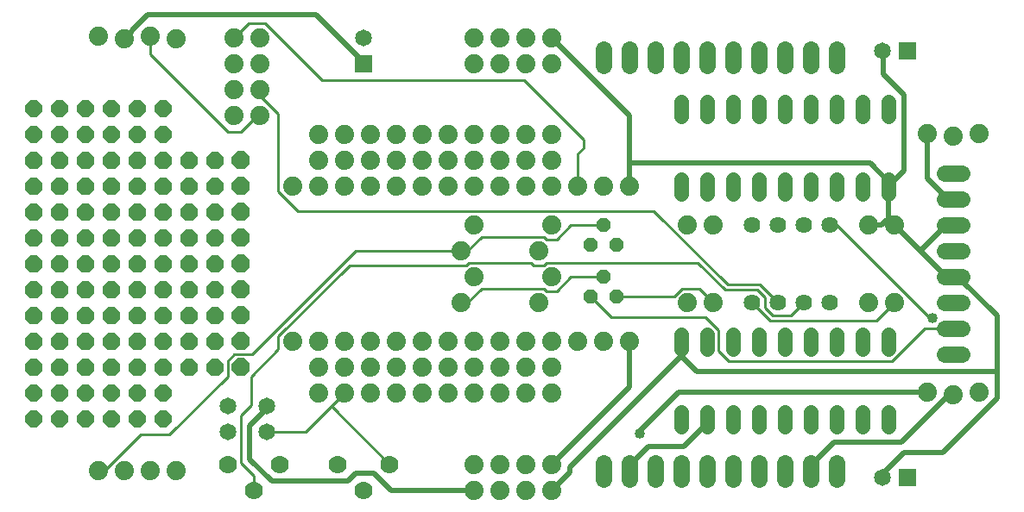
<source format=gbl>
G75*
%MOIN*%
%OFA0B0*%
%FSLAX25Y25*%
%IPPOS*%
%LPD*%
%AMOC8*
5,1,8,0,0,1.08239X$1,22.5*
%
%ADD10C,0.07400*%
%ADD11C,0.06400*%
%ADD12C,0.05600*%
%ADD13C,0.06500*%
%ADD14R,0.06500X0.06500*%
%ADD15C,0.06400*%
%ADD16OC8,0.06600*%
%ADD17C,0.07000*%
%ADD18OC8,0.06400*%
%ADD19OC8,0.07000*%
%ADD20OC8,0.05600*%
%ADD21C,0.02000*%
%ADD22C,0.04000*%
%ADD23C,0.01000*%
D10*
X0036000Y0021000D03*
X0046000Y0021000D03*
X0056000Y0021000D03*
X0066000Y0021000D03*
X0121000Y0051000D03*
X0131000Y0051000D03*
X0141000Y0051000D03*
X0151000Y0051000D03*
X0161000Y0051000D03*
X0171000Y0051000D03*
X0181000Y0051000D03*
X0191000Y0051000D03*
X0201000Y0051000D03*
X0211000Y0051000D03*
X0211000Y0061000D03*
X0201000Y0061000D03*
X0191000Y0061000D03*
X0181000Y0061000D03*
X0171000Y0061000D03*
X0161000Y0061000D03*
X0151000Y0061000D03*
X0141000Y0061000D03*
X0131000Y0061000D03*
X0121000Y0061000D03*
X0121000Y0071000D03*
X0131000Y0071000D03*
X0141000Y0071000D03*
X0151000Y0071000D03*
X0161000Y0071000D03*
X0171000Y0071000D03*
X0181000Y0071000D03*
X0191000Y0071000D03*
X0201000Y0071000D03*
X0211000Y0071000D03*
X0221000Y0071000D03*
X0231000Y0071000D03*
X0241000Y0071000D03*
X0263500Y0086000D03*
X0273500Y0086000D03*
X0273500Y0116000D03*
X0263500Y0116000D03*
X0241000Y0131000D03*
X0231000Y0131000D03*
X0221000Y0131000D03*
X0211000Y0131000D03*
X0201000Y0131000D03*
X0191000Y0131000D03*
X0181000Y0131000D03*
X0171000Y0131000D03*
X0161000Y0131000D03*
X0151000Y0131000D03*
X0141000Y0131000D03*
X0131000Y0131000D03*
X0121000Y0131000D03*
X0111000Y0131000D03*
X0121000Y0141000D03*
X0131000Y0141000D03*
X0141000Y0141000D03*
X0151000Y0141000D03*
X0161000Y0141000D03*
X0171000Y0141000D03*
X0181000Y0141000D03*
X0191000Y0141000D03*
X0201000Y0141000D03*
X0211000Y0141000D03*
X0211000Y0151000D03*
X0201000Y0151000D03*
X0191000Y0151000D03*
X0181000Y0151000D03*
X0171000Y0151000D03*
X0161000Y0151000D03*
X0151000Y0151000D03*
X0141000Y0151000D03*
X0131000Y0151000D03*
X0121000Y0151000D03*
X0098500Y0158500D03*
X0088500Y0158500D03*
X0088500Y0168500D03*
X0098500Y0168500D03*
X0098500Y0178500D03*
X0088500Y0178500D03*
X0088500Y0188500D03*
X0098500Y0188500D03*
X0066000Y0188000D03*
X0056000Y0189000D03*
X0046000Y0188000D03*
X0036000Y0189000D03*
X0181000Y0188500D03*
X0191000Y0188500D03*
X0201000Y0188500D03*
X0211000Y0188500D03*
X0211000Y0178500D03*
X0201000Y0178500D03*
X0191000Y0178500D03*
X0181000Y0178500D03*
X0181000Y0116000D03*
X0176000Y0106000D03*
X0181000Y0096000D03*
X0176000Y0086000D03*
X0206000Y0086000D03*
X0211000Y0096000D03*
X0206000Y0106000D03*
X0211000Y0116000D03*
X0111000Y0071000D03*
X0181000Y0023500D03*
X0191000Y0023500D03*
X0201000Y0023500D03*
X0211000Y0023500D03*
X0211000Y0013500D03*
X0201000Y0013500D03*
X0191000Y0013500D03*
X0181000Y0013500D03*
X0333500Y0086000D03*
X0343500Y0086000D03*
X0343500Y0116000D03*
X0333500Y0116000D03*
X0366000Y0150500D03*
X0356000Y0151500D03*
X0376000Y0151500D03*
X0376000Y0051500D03*
X0366000Y0050500D03*
X0356000Y0051500D03*
D11*
X0362800Y0066000D02*
X0369200Y0066000D01*
X0369200Y0076000D02*
X0362800Y0076000D01*
X0362800Y0086000D02*
X0369200Y0086000D01*
X0369200Y0096000D02*
X0362800Y0096000D01*
X0362800Y0106000D02*
X0369200Y0106000D01*
X0369200Y0116000D02*
X0362800Y0116000D01*
X0362800Y0126000D02*
X0369200Y0126000D01*
X0369200Y0136000D02*
X0362800Y0136000D01*
X0321000Y0177800D02*
X0321000Y0184200D01*
X0311000Y0184200D02*
X0311000Y0177800D01*
X0301000Y0177800D02*
X0301000Y0184200D01*
X0291000Y0184200D02*
X0291000Y0177800D01*
X0281000Y0177800D02*
X0281000Y0184200D01*
X0271000Y0184200D02*
X0271000Y0177800D01*
X0261000Y0177800D02*
X0261000Y0184200D01*
X0251000Y0184200D02*
X0251000Y0177800D01*
X0241000Y0177800D02*
X0241000Y0184200D01*
X0231000Y0184200D02*
X0231000Y0177800D01*
X0231000Y0024200D02*
X0231000Y0017800D01*
X0241000Y0017800D02*
X0241000Y0024200D01*
X0251000Y0024200D02*
X0251000Y0017800D01*
X0261000Y0017800D02*
X0261000Y0024200D01*
X0271000Y0024200D02*
X0271000Y0017800D01*
X0281000Y0017800D02*
X0281000Y0024200D01*
X0291000Y0024200D02*
X0291000Y0017800D01*
X0301000Y0017800D02*
X0301000Y0024200D01*
X0311000Y0024200D02*
X0311000Y0017800D01*
X0321000Y0017800D02*
X0321000Y0024200D01*
D12*
X0321000Y0038200D02*
X0321000Y0043800D01*
X0311000Y0043800D02*
X0311000Y0038200D01*
X0301000Y0038200D02*
X0301000Y0043800D01*
X0291000Y0043800D02*
X0291000Y0038200D01*
X0281000Y0038200D02*
X0281000Y0043800D01*
X0271000Y0043800D02*
X0271000Y0038200D01*
X0261000Y0038200D02*
X0261000Y0043800D01*
X0261000Y0068200D02*
X0261000Y0073800D01*
X0271000Y0073800D02*
X0271000Y0068200D01*
X0281000Y0068200D02*
X0281000Y0073800D01*
X0291000Y0073800D02*
X0291000Y0068200D01*
X0301000Y0068200D02*
X0301000Y0073800D01*
X0311000Y0073800D02*
X0311000Y0068200D01*
X0321000Y0068200D02*
X0321000Y0073800D01*
X0331000Y0073800D02*
X0331000Y0068200D01*
X0341000Y0068200D02*
X0341000Y0073800D01*
X0341000Y0043800D02*
X0341000Y0038200D01*
X0331000Y0038200D02*
X0331000Y0043800D01*
X0331000Y0128200D02*
X0331000Y0133800D01*
X0321000Y0133800D02*
X0321000Y0128200D01*
X0311000Y0128200D02*
X0311000Y0133800D01*
X0301000Y0133800D02*
X0301000Y0128200D01*
X0291000Y0128200D02*
X0291000Y0133800D01*
X0281000Y0133800D02*
X0281000Y0128200D01*
X0271000Y0128200D02*
X0271000Y0133800D01*
X0261000Y0133800D02*
X0261000Y0128200D01*
X0261000Y0158200D02*
X0261000Y0163800D01*
X0271000Y0163800D02*
X0271000Y0158200D01*
X0281000Y0158200D02*
X0281000Y0163800D01*
X0291000Y0163800D02*
X0291000Y0158200D01*
X0301000Y0158200D02*
X0301000Y0163800D01*
X0311000Y0163800D02*
X0311000Y0158200D01*
X0321000Y0158200D02*
X0321000Y0163800D01*
X0331000Y0163800D02*
X0331000Y0158200D01*
X0341000Y0158200D02*
X0341000Y0163800D01*
X0341000Y0133800D02*
X0341000Y0128200D01*
D13*
X0338579Y0183500D03*
X0138500Y0188421D03*
X0101000Y0046000D03*
X0086000Y0046000D03*
X0086000Y0036000D03*
X0101000Y0036000D03*
X0338579Y0018500D03*
D14*
X0348421Y0018500D03*
X0138500Y0178579D03*
X0348421Y0183500D03*
D15*
X0318500Y0116000D03*
X0308500Y0116000D03*
X0298500Y0116000D03*
X0288500Y0116000D03*
X0288500Y0086000D03*
X0298500Y0086000D03*
X0308500Y0086000D03*
X0318500Y0086000D03*
D16*
X0081000Y0081000D03*
X0071000Y0081000D03*
X0061000Y0081000D03*
X0051000Y0081000D03*
X0041000Y0081000D03*
X0031000Y0081000D03*
X0021000Y0081000D03*
X0011000Y0081000D03*
X0011000Y0071000D03*
X0021000Y0071000D03*
X0031000Y0071000D03*
X0041000Y0071000D03*
X0051000Y0071000D03*
X0061000Y0071000D03*
X0071000Y0071000D03*
X0081000Y0071000D03*
X0081000Y0061000D03*
X0071000Y0061000D03*
X0061000Y0061000D03*
X0051000Y0061000D03*
X0041000Y0061000D03*
X0031000Y0061000D03*
X0021000Y0061000D03*
X0011000Y0061000D03*
X0011000Y0091000D03*
X0021000Y0091000D03*
X0031000Y0091000D03*
X0041000Y0091000D03*
X0051000Y0091000D03*
X0061000Y0091000D03*
X0071000Y0091000D03*
X0081000Y0091000D03*
X0081000Y0101000D03*
X0071000Y0101000D03*
X0061000Y0101000D03*
X0051000Y0101000D03*
X0041000Y0101000D03*
X0031000Y0101000D03*
X0021000Y0101000D03*
X0011000Y0101000D03*
X0011000Y0111000D03*
X0021000Y0111000D03*
X0031000Y0111000D03*
X0041000Y0111000D03*
X0051000Y0111000D03*
X0061000Y0111000D03*
X0071000Y0111000D03*
X0081000Y0111000D03*
X0081000Y0121000D03*
X0071000Y0121000D03*
X0061000Y0121000D03*
X0051000Y0121000D03*
X0041000Y0121000D03*
X0031000Y0121000D03*
X0021000Y0121000D03*
X0011000Y0121000D03*
X0011000Y0131000D03*
X0021000Y0131000D03*
X0031000Y0131000D03*
X0041000Y0131000D03*
X0051000Y0131000D03*
X0061000Y0131000D03*
X0071000Y0131000D03*
X0081000Y0131000D03*
X0081000Y0141000D03*
X0071000Y0141000D03*
X0061000Y0141000D03*
X0051000Y0141000D03*
X0041000Y0141000D03*
X0031000Y0141000D03*
X0021000Y0141000D03*
X0011000Y0141000D03*
D17*
X0086000Y0023500D03*
X0096000Y0013500D03*
X0106000Y0023500D03*
X0128500Y0023500D03*
X0138500Y0013500D03*
X0148500Y0023500D03*
D18*
X0061000Y0041000D03*
X0051000Y0041000D03*
X0041000Y0041000D03*
X0031000Y0041000D03*
X0021000Y0041000D03*
X0011000Y0041000D03*
X0011000Y0051000D03*
X0021000Y0051000D03*
X0031000Y0051000D03*
X0041000Y0051000D03*
X0051000Y0051000D03*
X0061000Y0051000D03*
X0061000Y0151000D03*
X0051000Y0151000D03*
X0041000Y0151000D03*
X0031000Y0151000D03*
X0021000Y0151000D03*
X0011000Y0151000D03*
X0011000Y0161000D03*
X0021000Y0161000D03*
X0031000Y0161000D03*
X0041000Y0161000D03*
X0051000Y0161000D03*
X0061000Y0161000D03*
D19*
X0091000Y0141000D03*
X0091000Y0131000D03*
X0091000Y0121000D03*
X0091000Y0111000D03*
X0091000Y0101000D03*
X0091000Y0091000D03*
X0091000Y0081000D03*
X0091000Y0071000D03*
X0091000Y0061000D03*
D20*
X0226000Y0088500D03*
X0236000Y0088500D03*
X0231000Y0096000D03*
X0226000Y0108500D03*
X0236000Y0108500D03*
X0231000Y0116000D03*
D21*
X0241000Y0131000D02*
X0241000Y0140000D01*
X0334000Y0140000D01*
X0341500Y0132500D01*
X0341000Y0131000D01*
X0341000Y0118500D01*
X0343500Y0116000D01*
X0340500Y0118000D01*
X0338500Y0116000D01*
X0333500Y0116000D01*
X0343500Y0116000D02*
X0353500Y0106000D01*
X0363500Y0116000D01*
X0366000Y0116000D01*
X0366000Y0126000D02*
X0364000Y0126000D01*
X0356000Y0134000D01*
X0356000Y0151500D01*
X0347000Y0137000D02*
X0347000Y0166500D01*
X0339000Y0174500D01*
X0339000Y0183500D01*
X0338579Y0183500D01*
X0347000Y0137000D02*
X0341000Y0131000D01*
X0353500Y0106000D02*
X0363500Y0096000D01*
X0366000Y0096000D01*
X0366500Y0095500D01*
X0368500Y0095500D01*
X0383000Y0081000D01*
X0383000Y0059500D01*
X0267000Y0059500D01*
X0261000Y0065500D01*
X0218000Y0022500D01*
X0218000Y0020500D01*
X0211000Y0013500D01*
X0211000Y0023500D02*
X0241000Y0053500D01*
X0241000Y0071000D01*
X0261000Y0071000D02*
X0261000Y0065500D01*
X0260000Y0051500D02*
X0245000Y0036500D01*
X0245000Y0035500D01*
X0248500Y0030500D02*
X0241000Y0023000D01*
X0241000Y0021000D01*
X0248500Y0030500D02*
X0262000Y0030500D01*
X0271000Y0039500D01*
X0271000Y0041000D01*
X0260000Y0051500D02*
X0356000Y0051500D01*
X0364500Y0050500D02*
X0346000Y0032000D01*
X0320000Y0032000D01*
X0311000Y0023000D01*
X0311000Y0021000D01*
X0338579Y0018500D02*
X0339000Y0018500D01*
X0339000Y0020000D01*
X0347000Y0028000D01*
X0362000Y0028000D01*
X0383000Y0049000D01*
X0383000Y0059500D01*
X0366000Y0050500D02*
X0364500Y0050500D01*
X0241000Y0140000D02*
X0241000Y0158500D01*
X0211000Y0188500D01*
X0138500Y0179000D02*
X0138500Y0178579D01*
X0138500Y0179000D02*
X0120000Y0197500D01*
X0055000Y0197500D01*
X0049000Y0191500D01*
X0049000Y0191000D01*
X0046000Y0188000D01*
X0101000Y0046000D02*
X0101000Y0045000D01*
X0094500Y0038500D01*
X0094500Y0025500D01*
X0103000Y0017000D01*
X0132500Y0017000D01*
X0135500Y0020000D01*
X0142500Y0020000D01*
X0149000Y0013500D01*
X0181000Y0013500D01*
D22*
X0245000Y0035500D03*
X0358000Y0080000D03*
D23*
X0357000Y0080000D01*
X0321000Y0116000D01*
X0318500Y0116000D01*
X0291500Y0093000D02*
X0279000Y0093000D01*
X0250500Y0121500D01*
X0113000Y0121500D01*
X0105500Y0129000D01*
X0105500Y0159000D01*
X0098500Y0166000D01*
X0098500Y0168500D01*
X0098500Y0158500D02*
X0097500Y0158500D01*
X0091000Y0152000D01*
X0086000Y0152000D01*
X0056000Y0182000D01*
X0056000Y0189000D01*
X0088500Y0188500D02*
X0094000Y0194000D01*
X0100500Y0194000D01*
X0122500Y0172000D01*
X0200500Y0172000D01*
X0223500Y0149000D01*
X0223500Y0146000D01*
X0221000Y0143500D01*
X0221000Y0131000D01*
X0218500Y0116000D02*
X0213000Y0110500D01*
X0209000Y0110500D01*
X0208000Y0111500D01*
X0184000Y0111500D01*
X0178500Y0106000D01*
X0176000Y0106000D01*
X0135500Y0106000D01*
X0095500Y0066000D01*
X0088500Y0066000D01*
X0086000Y0063500D01*
X0086000Y0057500D01*
X0063500Y0035000D01*
X0052500Y0035000D01*
X0038500Y0021000D01*
X0036000Y0021000D01*
X0091000Y0024000D02*
X0091000Y0042500D01*
X0095000Y0046500D01*
X0095000Y0057500D01*
X0105500Y0068000D01*
X0105500Y0073000D01*
X0133000Y0100500D01*
X0178000Y0100500D01*
X0179000Y0101500D01*
X0203000Y0101500D01*
X0204000Y0100500D01*
X0208000Y0100500D01*
X0209000Y0101500D01*
X0267500Y0101500D01*
X0278000Y0091000D01*
X0290500Y0091000D01*
X0293500Y0088000D01*
X0293500Y0084000D01*
X0296500Y0081000D01*
X0303500Y0081000D01*
X0308500Y0086000D01*
X0298500Y0086000D02*
X0291500Y0093000D01*
X0288500Y0086000D02*
X0295500Y0079000D01*
X0336500Y0079000D01*
X0343500Y0086000D01*
X0355000Y0076000D02*
X0342500Y0063500D01*
X0279500Y0063500D01*
X0275500Y0067500D01*
X0275500Y0075500D01*
X0270500Y0080500D01*
X0234000Y0080500D01*
X0226000Y0088500D01*
X0236000Y0088500D02*
X0258500Y0088500D01*
X0261500Y0091500D01*
X0268000Y0091500D01*
X0273500Y0086000D01*
X0231000Y0096000D02*
X0218500Y0096000D01*
X0213000Y0090500D01*
X0209000Y0090500D01*
X0208000Y0091500D01*
X0184000Y0091500D01*
X0178500Y0086000D01*
X0176000Y0086000D01*
X0218500Y0116000D02*
X0231000Y0116000D01*
X0131000Y0051000D02*
X0126000Y0046000D01*
X0148500Y0023500D01*
X0126000Y0046000D02*
X0116000Y0036000D01*
X0101000Y0036000D01*
X0091000Y0024000D02*
X0096000Y0019000D01*
X0096000Y0013500D01*
X0355000Y0076000D02*
X0366000Y0076000D01*
M02*

</source>
